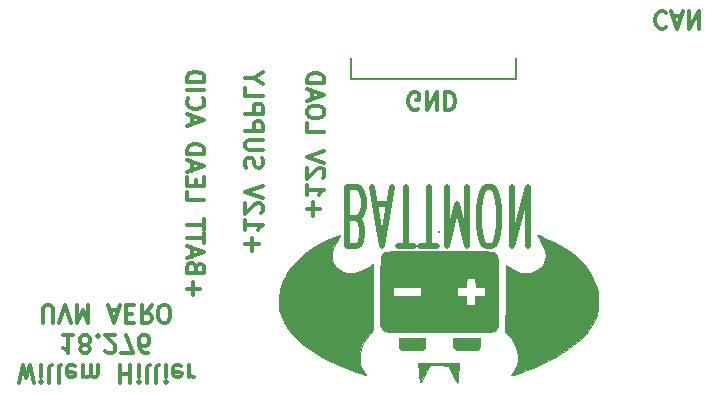
<source format=gbr>
G04 #@! TF.GenerationSoftware,KiCad,Pcbnew,(5.0.0)*
G04 #@! TF.CreationDate,2018-10-13T15:52:45-04:00*
G04 #@! TF.ProjectId,GLVColoumbCounterTest,474C56436F6C6F756D62436F756E7465,rev?*
G04 #@! TF.SameCoordinates,Original*
G04 #@! TF.FileFunction,Legend,Bot*
G04 #@! TF.FilePolarity,Positive*
%FSLAX46Y46*%
G04 Gerber Fmt 4.6, Leading zero omitted, Abs format (unit mm)*
G04 Created by KiCad (PCBNEW (5.0.0)) date 10/13/18 15:52:45*
%MOMM*%
%LPD*%
G01*
G04 APERTURE LIST*
%ADD10C,0.300000*%
%ADD11C,0.500000*%
%ADD12C,0.200000*%
%ADD13C,0.010000*%
G04 APERTURE END LIST*
D10*
X100938142Y-79063428D02*
X101295285Y-77563428D01*
X101581000Y-78634857D01*
X101866714Y-77563428D01*
X102223857Y-79063428D01*
X102795285Y-77563428D02*
X102795285Y-78563428D01*
X102795285Y-79063428D02*
X102723857Y-78992000D01*
X102795285Y-78920571D01*
X102866714Y-78992000D01*
X102795285Y-79063428D01*
X102795285Y-78920571D01*
X103723857Y-77563428D02*
X103581000Y-77634857D01*
X103509571Y-77777714D01*
X103509571Y-79063428D01*
X104509571Y-77563428D02*
X104366714Y-77634857D01*
X104295285Y-77777714D01*
X104295285Y-79063428D01*
X105652428Y-77634857D02*
X105509571Y-77563428D01*
X105223857Y-77563428D01*
X105081000Y-77634857D01*
X105009571Y-77777714D01*
X105009571Y-78349142D01*
X105081000Y-78492000D01*
X105223857Y-78563428D01*
X105509571Y-78563428D01*
X105652428Y-78492000D01*
X105723857Y-78349142D01*
X105723857Y-78206285D01*
X105009571Y-78063428D01*
X106366714Y-77563428D02*
X106366714Y-78563428D01*
X106366714Y-78420571D02*
X106438142Y-78492000D01*
X106581000Y-78563428D01*
X106795285Y-78563428D01*
X106938142Y-78492000D01*
X107009571Y-78349142D01*
X107009571Y-77563428D01*
X107009571Y-78349142D02*
X107081000Y-78492000D01*
X107223857Y-78563428D01*
X107438142Y-78563428D01*
X107581000Y-78492000D01*
X107652428Y-78349142D01*
X107652428Y-77563428D01*
X109509571Y-77563428D02*
X109509571Y-79063428D01*
X109509571Y-78349142D02*
X110366714Y-78349142D01*
X110366714Y-77563428D02*
X110366714Y-79063428D01*
X111081000Y-77563428D02*
X111081000Y-78563428D01*
X111081000Y-79063428D02*
X111009571Y-78992000D01*
X111081000Y-78920571D01*
X111152428Y-78992000D01*
X111081000Y-79063428D01*
X111081000Y-78920571D01*
X112009571Y-77563428D02*
X111866714Y-77634857D01*
X111795285Y-77777714D01*
X111795285Y-79063428D01*
X112795285Y-77563428D02*
X112652428Y-77634857D01*
X112581000Y-77777714D01*
X112581000Y-79063428D01*
X113366714Y-77563428D02*
X113366714Y-78563428D01*
X113366714Y-79063428D02*
X113295285Y-78992000D01*
X113366714Y-78920571D01*
X113438142Y-78992000D01*
X113366714Y-79063428D01*
X113366714Y-78920571D01*
X114652428Y-77634857D02*
X114509571Y-77563428D01*
X114223857Y-77563428D01*
X114081000Y-77634857D01*
X114009571Y-77777714D01*
X114009571Y-78349142D01*
X114081000Y-78492000D01*
X114223857Y-78563428D01*
X114509571Y-78563428D01*
X114652428Y-78492000D01*
X114723857Y-78349142D01*
X114723857Y-78206285D01*
X114009571Y-78063428D01*
X115366714Y-77563428D02*
X115366714Y-78563428D01*
X115366714Y-78277714D02*
X115438142Y-78420571D01*
X115509571Y-78492000D01*
X115652428Y-78563428D01*
X115795285Y-78563428D01*
X105545285Y-75013428D02*
X104688142Y-75013428D01*
X105116714Y-75013428D02*
X105116714Y-76513428D01*
X104973857Y-76299142D01*
X104831000Y-76156285D01*
X104688142Y-76084857D01*
X106402428Y-75870571D02*
X106259571Y-75942000D01*
X106188142Y-76013428D01*
X106116714Y-76156285D01*
X106116714Y-76227714D01*
X106188142Y-76370571D01*
X106259571Y-76442000D01*
X106402428Y-76513428D01*
X106688142Y-76513428D01*
X106831000Y-76442000D01*
X106902428Y-76370571D01*
X106973857Y-76227714D01*
X106973857Y-76156285D01*
X106902428Y-76013428D01*
X106831000Y-75942000D01*
X106688142Y-75870571D01*
X106402428Y-75870571D01*
X106259571Y-75799142D01*
X106188142Y-75727714D01*
X106116714Y-75584857D01*
X106116714Y-75299142D01*
X106188142Y-75156285D01*
X106259571Y-75084857D01*
X106402428Y-75013428D01*
X106688142Y-75013428D01*
X106831000Y-75084857D01*
X106902428Y-75156285D01*
X106973857Y-75299142D01*
X106973857Y-75584857D01*
X106902428Y-75727714D01*
X106831000Y-75799142D01*
X106688142Y-75870571D01*
X107616714Y-75156285D02*
X107688142Y-75084857D01*
X107616714Y-75013428D01*
X107545285Y-75084857D01*
X107616714Y-75156285D01*
X107616714Y-75013428D01*
X108259571Y-76370571D02*
X108331000Y-76442000D01*
X108473857Y-76513428D01*
X108831000Y-76513428D01*
X108973857Y-76442000D01*
X109045285Y-76370571D01*
X109116714Y-76227714D01*
X109116714Y-76084857D01*
X109045285Y-75870571D01*
X108188142Y-75013428D01*
X109116714Y-75013428D01*
X109616714Y-76513428D02*
X110616714Y-76513428D01*
X109973857Y-75013428D01*
X111831000Y-76513428D02*
X111545285Y-76513428D01*
X111402428Y-76442000D01*
X111331000Y-76370571D01*
X111188142Y-76156285D01*
X111116714Y-75870571D01*
X111116714Y-75299142D01*
X111188142Y-75156285D01*
X111259571Y-75084857D01*
X111402428Y-75013428D01*
X111688142Y-75013428D01*
X111831000Y-75084857D01*
X111902428Y-75156285D01*
X111973857Y-75299142D01*
X111973857Y-75656285D01*
X111902428Y-75799142D01*
X111831000Y-75870571D01*
X111688142Y-75942000D01*
X111402428Y-75942000D01*
X111259571Y-75870571D01*
X111188142Y-75799142D01*
X111116714Y-75656285D01*
X102973857Y-73963428D02*
X102973857Y-72749142D01*
X103045285Y-72606285D01*
X103116714Y-72534857D01*
X103259571Y-72463428D01*
X103545285Y-72463428D01*
X103688142Y-72534857D01*
X103759571Y-72606285D01*
X103831000Y-72749142D01*
X103831000Y-73963428D01*
X104331000Y-73963428D02*
X104831000Y-72463428D01*
X105331000Y-73963428D01*
X105831000Y-72463428D02*
X105831000Y-73963428D01*
X106331000Y-72892000D01*
X106831000Y-73963428D01*
X106831000Y-72463428D01*
X108616714Y-72892000D02*
X109331000Y-72892000D01*
X108473857Y-72463428D02*
X108973857Y-73963428D01*
X109473857Y-72463428D01*
X109973857Y-73249142D02*
X110473857Y-73249142D01*
X110688142Y-72463428D02*
X109973857Y-72463428D01*
X109973857Y-73963428D01*
X110688142Y-73963428D01*
X112188142Y-72463428D02*
X111688142Y-73177714D01*
X111331000Y-72463428D02*
X111331000Y-73963428D01*
X111902428Y-73963428D01*
X112045285Y-73892000D01*
X112116714Y-73820571D01*
X112188142Y-73677714D01*
X112188142Y-73463428D01*
X112116714Y-73320571D01*
X112045285Y-73249142D01*
X111902428Y-73177714D01*
X111331000Y-73177714D01*
X113116714Y-73963428D02*
X113402428Y-73963428D01*
X113545285Y-73892000D01*
X113688142Y-73749142D01*
X113759571Y-73463428D01*
X113759571Y-72963428D01*
X113688142Y-72677714D01*
X113545285Y-72534857D01*
X113402428Y-72463428D01*
X113116714Y-72463428D01*
X112973857Y-72534857D01*
X112831000Y-72677714D01*
X112759571Y-72963428D01*
X112759571Y-73463428D01*
X112831000Y-73749142D01*
X112973857Y-73892000D01*
X113116714Y-73963428D01*
D11*
X129552761Y-65127142D02*
X129909904Y-64889047D01*
X130028952Y-64650952D01*
X130148000Y-64174761D01*
X130148000Y-63460476D01*
X130028952Y-62984285D01*
X129909904Y-62746190D01*
X129671809Y-62508095D01*
X128719428Y-62508095D01*
X128719428Y-67508095D01*
X129552761Y-67508095D01*
X129790857Y-67270000D01*
X129909904Y-67031904D01*
X130028952Y-66555714D01*
X130028952Y-66079523D01*
X129909904Y-65603333D01*
X129790857Y-65365238D01*
X129552761Y-65127142D01*
X128719428Y-65127142D01*
X131100380Y-63936666D02*
X132290857Y-63936666D01*
X130862285Y-62508095D02*
X131695619Y-67508095D01*
X132528952Y-62508095D01*
X133005142Y-67508095D02*
X134433714Y-67508095D01*
X133719428Y-62508095D02*
X133719428Y-67508095D01*
X134909904Y-67508095D02*
X136338476Y-67508095D01*
X135624190Y-62508095D02*
X135624190Y-67508095D01*
X137171809Y-62508095D02*
X137171809Y-67508095D01*
X138005142Y-63936666D01*
X138838476Y-67508095D01*
X138838476Y-62508095D01*
X140505142Y-67508095D02*
X140981333Y-67508095D01*
X141219428Y-67270000D01*
X141457523Y-66793809D01*
X141576571Y-65841428D01*
X141576571Y-64174761D01*
X141457523Y-63222380D01*
X141219428Y-62746190D01*
X140981333Y-62508095D01*
X140505142Y-62508095D01*
X140267047Y-62746190D01*
X140028952Y-63222380D01*
X139909904Y-64174761D01*
X139909904Y-65841428D01*
X140028952Y-66793809D01*
X140267047Y-67270000D01*
X140505142Y-67508095D01*
X142648000Y-62508095D02*
X142648000Y-67508095D01*
X144076571Y-62508095D01*
X144076571Y-67508095D01*
D10*
X155753714Y-47724285D02*
X155682285Y-47652857D01*
X155468000Y-47581428D01*
X155325142Y-47581428D01*
X155110857Y-47652857D01*
X154968000Y-47795714D01*
X154896571Y-47938571D01*
X154825142Y-48224285D01*
X154825142Y-48438571D01*
X154896571Y-48724285D01*
X154968000Y-48867142D01*
X155110857Y-49010000D01*
X155325142Y-49081428D01*
X155468000Y-49081428D01*
X155682285Y-49010000D01*
X155753714Y-48938571D01*
X156325142Y-48010000D02*
X157039428Y-48010000D01*
X156182285Y-47581428D02*
X156682285Y-49081428D01*
X157182285Y-47581428D01*
X157682285Y-47581428D02*
X157682285Y-49081428D01*
X158539428Y-47581428D01*
X158539428Y-49081428D01*
X134747142Y-55868000D02*
X134604285Y-55939428D01*
X134390000Y-55939428D01*
X134175714Y-55868000D01*
X134032857Y-55725142D01*
X133961428Y-55582285D01*
X133890000Y-55296571D01*
X133890000Y-55082285D01*
X133961428Y-54796571D01*
X134032857Y-54653714D01*
X134175714Y-54510857D01*
X134390000Y-54439428D01*
X134532857Y-54439428D01*
X134747142Y-54510857D01*
X134818571Y-54582285D01*
X134818571Y-55082285D01*
X134532857Y-55082285D01*
X135461428Y-54439428D02*
X135461428Y-55939428D01*
X136318571Y-54439428D01*
X136318571Y-55939428D01*
X137032857Y-54439428D02*
X137032857Y-55939428D01*
X137390000Y-55939428D01*
X137604285Y-55868000D01*
X137747142Y-55725142D01*
X137818571Y-55582285D01*
X137890000Y-55296571D01*
X137890000Y-55082285D01*
X137818571Y-54796571D01*
X137747142Y-54653714D01*
X137604285Y-54510857D01*
X137390000Y-54439428D01*
X137032857Y-54439428D01*
D12*
X129032000Y-53340000D02*
X129032000Y-51562000D01*
X143002000Y-53340000D02*
X129032000Y-53340000D01*
X143002000Y-51562000D02*
X143002000Y-53340000D01*
D10*
X125876857Y-64928000D02*
X125876857Y-63785142D01*
X125305428Y-64356571D02*
X126448285Y-64356571D01*
X125305428Y-62285142D02*
X125305428Y-63142285D01*
X125305428Y-62713714D02*
X126805428Y-62713714D01*
X126591142Y-62856571D01*
X126448285Y-62999428D01*
X126376857Y-63142285D01*
X126662571Y-61713714D02*
X126734000Y-61642285D01*
X126805428Y-61499428D01*
X126805428Y-61142285D01*
X126734000Y-60999428D01*
X126662571Y-60928000D01*
X126519714Y-60856571D01*
X126376857Y-60856571D01*
X126162571Y-60928000D01*
X125305428Y-61785142D01*
X125305428Y-60856571D01*
X126805428Y-60428000D02*
X125305428Y-59928000D01*
X126805428Y-59428000D01*
X125305428Y-57070857D02*
X125305428Y-57785142D01*
X126805428Y-57785142D01*
X126805428Y-56285142D02*
X126805428Y-55999428D01*
X126734000Y-55856571D01*
X126591142Y-55713714D01*
X126305428Y-55642285D01*
X125805428Y-55642285D01*
X125519714Y-55713714D01*
X125376857Y-55856571D01*
X125305428Y-55999428D01*
X125305428Y-56285142D01*
X125376857Y-56428000D01*
X125519714Y-56570857D01*
X125805428Y-56642285D01*
X126305428Y-56642285D01*
X126591142Y-56570857D01*
X126734000Y-56428000D01*
X126805428Y-56285142D01*
X125734000Y-55070857D02*
X125734000Y-54356571D01*
X125305428Y-55213714D02*
X126805428Y-54713714D01*
X125305428Y-54213714D01*
X125305428Y-53713714D02*
X126805428Y-53713714D01*
X126805428Y-53356571D01*
X126734000Y-53142285D01*
X126591142Y-52999428D01*
X126448285Y-52928000D01*
X126162571Y-52856571D01*
X125948285Y-52856571D01*
X125662571Y-52928000D01*
X125519714Y-52999428D01*
X125376857Y-53142285D01*
X125305428Y-53356571D01*
X125305428Y-53713714D01*
X120669857Y-67916285D02*
X120669857Y-66773428D01*
X120098428Y-67344857D02*
X121241285Y-67344857D01*
X120098428Y-65273428D02*
X120098428Y-66130571D01*
X120098428Y-65702000D02*
X121598428Y-65702000D01*
X121384142Y-65844857D01*
X121241285Y-65987714D01*
X121169857Y-66130571D01*
X121455571Y-64702000D02*
X121527000Y-64630571D01*
X121598428Y-64487714D01*
X121598428Y-64130571D01*
X121527000Y-63987714D01*
X121455571Y-63916285D01*
X121312714Y-63844857D01*
X121169857Y-63844857D01*
X120955571Y-63916285D01*
X120098428Y-64773428D01*
X120098428Y-63844857D01*
X121598428Y-63416285D02*
X120098428Y-62916285D01*
X121598428Y-62416285D01*
X120169857Y-60844857D02*
X120098428Y-60630571D01*
X120098428Y-60273428D01*
X120169857Y-60130571D01*
X120241285Y-60059142D01*
X120384142Y-59987714D01*
X120527000Y-59987714D01*
X120669857Y-60059142D01*
X120741285Y-60130571D01*
X120812714Y-60273428D01*
X120884142Y-60559142D01*
X120955571Y-60702000D01*
X121027000Y-60773428D01*
X121169857Y-60844857D01*
X121312714Y-60844857D01*
X121455571Y-60773428D01*
X121527000Y-60702000D01*
X121598428Y-60559142D01*
X121598428Y-60202000D01*
X121527000Y-59987714D01*
X121598428Y-59344857D02*
X120384142Y-59344857D01*
X120241285Y-59273428D01*
X120169857Y-59202000D01*
X120098428Y-59059142D01*
X120098428Y-58773428D01*
X120169857Y-58630571D01*
X120241285Y-58559142D01*
X120384142Y-58487714D01*
X121598428Y-58487714D01*
X120098428Y-57773428D02*
X121598428Y-57773428D01*
X121598428Y-57202000D01*
X121527000Y-57059142D01*
X121455571Y-56987714D01*
X121312714Y-56916285D01*
X121098428Y-56916285D01*
X120955571Y-56987714D01*
X120884142Y-57059142D01*
X120812714Y-57202000D01*
X120812714Y-57773428D01*
X120098428Y-56273428D02*
X121598428Y-56273428D01*
X121598428Y-55702000D01*
X121527000Y-55559142D01*
X121455571Y-55487714D01*
X121312714Y-55416285D01*
X121098428Y-55416285D01*
X120955571Y-55487714D01*
X120884142Y-55559142D01*
X120812714Y-55702000D01*
X120812714Y-56273428D01*
X120098428Y-54059142D02*
X120098428Y-54773428D01*
X121598428Y-54773428D01*
X120812714Y-53273428D02*
X120098428Y-53273428D01*
X121598428Y-53773428D02*
X120812714Y-53273428D01*
X121598428Y-52773428D01*
X115716857Y-71658571D02*
X115716857Y-70515714D01*
X115145428Y-71087142D02*
X116288285Y-71087142D01*
X115931142Y-69301428D02*
X115859714Y-69087142D01*
X115788285Y-69015714D01*
X115645428Y-68944285D01*
X115431142Y-68944285D01*
X115288285Y-69015714D01*
X115216857Y-69087142D01*
X115145428Y-69230000D01*
X115145428Y-69801428D01*
X116645428Y-69801428D01*
X116645428Y-69301428D01*
X116574000Y-69158571D01*
X116502571Y-69087142D01*
X116359714Y-69015714D01*
X116216857Y-69015714D01*
X116074000Y-69087142D01*
X116002571Y-69158571D01*
X115931142Y-69301428D01*
X115931142Y-69801428D01*
X115574000Y-68372857D02*
X115574000Y-67658571D01*
X115145428Y-68515714D02*
X116645428Y-68015714D01*
X115145428Y-67515714D01*
X116645428Y-67230000D02*
X116645428Y-66372857D01*
X115145428Y-66801428D02*
X116645428Y-66801428D01*
X116645428Y-66087142D02*
X116645428Y-65230000D01*
X115145428Y-65658571D02*
X116645428Y-65658571D01*
X115145428Y-62872857D02*
X115145428Y-63587142D01*
X116645428Y-63587142D01*
X115931142Y-62372857D02*
X115931142Y-61872857D01*
X115145428Y-61658571D02*
X115145428Y-62372857D01*
X116645428Y-62372857D01*
X116645428Y-61658571D01*
X115574000Y-61087142D02*
X115574000Y-60372857D01*
X115145428Y-61230000D02*
X116645428Y-60730000D01*
X115145428Y-60230000D01*
X115145428Y-59730000D02*
X116645428Y-59730000D01*
X116645428Y-59372857D01*
X116574000Y-59158571D01*
X116431142Y-59015714D01*
X116288285Y-58944285D01*
X116002571Y-58872857D01*
X115788285Y-58872857D01*
X115502571Y-58944285D01*
X115359714Y-59015714D01*
X115216857Y-59158571D01*
X115145428Y-59372857D01*
X115145428Y-59730000D01*
X115574000Y-57158571D02*
X115574000Y-56444285D01*
X115145428Y-57301428D02*
X116645428Y-56801428D01*
X115145428Y-56301428D01*
X115288285Y-54944285D02*
X115216857Y-55015714D01*
X115145428Y-55230000D01*
X115145428Y-55372857D01*
X115216857Y-55587142D01*
X115359714Y-55730000D01*
X115502571Y-55801428D01*
X115788285Y-55872857D01*
X116002571Y-55872857D01*
X116288285Y-55801428D01*
X116431142Y-55730000D01*
X116574000Y-55587142D01*
X116645428Y-55372857D01*
X116645428Y-55230000D01*
X116574000Y-55015714D01*
X116502571Y-54944285D01*
X115145428Y-54301428D02*
X116645428Y-54301428D01*
X115145428Y-53587142D02*
X116645428Y-53587142D01*
X116645428Y-53230000D01*
X116574000Y-53015714D01*
X116431142Y-52872857D01*
X116288285Y-52801428D01*
X116002571Y-52730000D01*
X115788285Y-52730000D01*
X115502571Y-52801428D01*
X115359714Y-52872857D01*
X115216857Y-53015714D01*
X115145428Y-53230000D01*
X115145428Y-53587142D01*
D13*
G04 #@! TO.C,G\002A\002A\002A*
G36*
X138090795Y-78997501D02*
X138110397Y-78869412D01*
X138129196Y-78681248D01*
X138142055Y-78498700D01*
X138159120Y-78235288D01*
X138178731Y-77974289D01*
X138197883Y-77754122D01*
X138207573Y-77660500D01*
X138241014Y-77368400D01*
X134724140Y-77368400D01*
X134747384Y-77508100D01*
X134760374Y-77610975D01*
X134779009Y-77790658D01*
X134800890Y-78022677D01*
X134823618Y-78282558D01*
X134825697Y-78307350D01*
X134847742Y-78554828D01*
X134868926Y-78763261D01*
X134887063Y-78913062D01*
X134899971Y-78984640D01*
X134901555Y-78987689D01*
X134956005Y-78982061D01*
X135040220Y-78884539D01*
X135155105Y-78693772D01*
X135301563Y-78408412D01*
X135334053Y-78341263D01*
X135441958Y-78116511D01*
X135538328Y-77915881D01*
X135611976Y-77762659D01*
X135649528Y-77684658D01*
X135673979Y-77640903D01*
X135708831Y-77610207D01*
X135770079Y-77590636D01*
X135873717Y-77580260D01*
X136035738Y-77577147D01*
X136272137Y-77579364D01*
X136490683Y-77583058D01*
X136800913Y-77590298D01*
X137023699Y-77600313D01*
X137173191Y-77614648D01*
X137263537Y-77634848D01*
X137308887Y-77662458D01*
X137316254Y-77673200D01*
X137353124Y-77746212D01*
X137424635Y-77890270D01*
X137520787Y-78085155D01*
X137631581Y-78310646D01*
X137641821Y-78331530D01*
X137779542Y-78609071D01*
X137882277Y-78806568D01*
X137957453Y-78936305D01*
X138012494Y-79010564D01*
X138054826Y-79041627D01*
X138073009Y-79044800D01*
X138090795Y-78997501D01*
X138090795Y-78997501D01*
G37*
X138090795Y-78997501D02*
X138110397Y-78869412D01*
X138129196Y-78681248D01*
X138142055Y-78498700D01*
X138159120Y-78235288D01*
X138178731Y-77974289D01*
X138197883Y-77754122D01*
X138207573Y-77660500D01*
X138241014Y-77368400D01*
X134724140Y-77368400D01*
X134747384Y-77508100D01*
X134760374Y-77610975D01*
X134779009Y-77790658D01*
X134800890Y-78022677D01*
X134823618Y-78282558D01*
X134825697Y-78307350D01*
X134847742Y-78554828D01*
X134868926Y-78763261D01*
X134887063Y-78913062D01*
X134899971Y-78984640D01*
X134901555Y-78987689D01*
X134956005Y-78982061D01*
X135040220Y-78884539D01*
X135155105Y-78693772D01*
X135301563Y-78408412D01*
X135334053Y-78341263D01*
X135441958Y-78116511D01*
X135538328Y-77915881D01*
X135611976Y-77762659D01*
X135649528Y-77684658D01*
X135673979Y-77640903D01*
X135708831Y-77610207D01*
X135770079Y-77590636D01*
X135873717Y-77580260D01*
X136035738Y-77577147D01*
X136272137Y-77579364D01*
X136490683Y-77583058D01*
X136800913Y-77590298D01*
X137023699Y-77600313D01*
X137173191Y-77614648D01*
X137263537Y-77634848D01*
X137308887Y-77662458D01*
X137316254Y-77673200D01*
X137353124Y-77746212D01*
X137424635Y-77890270D01*
X137520787Y-78085155D01*
X137631581Y-78310646D01*
X137641821Y-78331530D01*
X137779542Y-78609071D01*
X137882277Y-78806568D01*
X137957453Y-78936305D01*
X138012494Y-79010564D01*
X138054826Y-79041627D01*
X138073009Y-79044800D01*
X138090795Y-78997501D01*
G36*
X138845226Y-76301600D02*
X139207798Y-76301372D01*
X139481318Y-76295967D01*
X139678319Y-76278307D01*
X139811332Y-76241314D01*
X139892888Y-76177910D01*
X139935518Y-76081016D01*
X139951753Y-75943553D01*
X139954126Y-75758444D01*
X139954000Y-75675300D01*
X139954000Y-75234800D01*
X137718800Y-75234800D01*
X137718800Y-75684127D01*
X137719241Y-75884650D01*
X137728855Y-76036304D01*
X137760075Y-76145904D01*
X137825337Y-76220268D01*
X137937074Y-76266210D01*
X138107721Y-76290548D01*
X138349712Y-76300098D01*
X138675483Y-76301676D01*
X138845226Y-76301600D01*
X138845226Y-76301600D01*
G37*
X138845226Y-76301600D02*
X139207798Y-76301372D01*
X139481318Y-76295967D01*
X139678319Y-76278307D01*
X139811332Y-76241314D01*
X139892888Y-76177910D01*
X139935518Y-76081016D01*
X139951753Y-75943553D01*
X139954126Y-75758444D01*
X139954000Y-75675300D01*
X139954000Y-75234800D01*
X137718800Y-75234800D01*
X137718800Y-75684127D01*
X137719241Y-75884650D01*
X137728855Y-76036304D01*
X137760075Y-76145904D01*
X137825337Y-76220268D01*
X137937074Y-76266210D01*
X138107721Y-76290548D01*
X138349712Y-76300098D01*
X138675483Y-76301676D01*
X138845226Y-76301600D01*
G36*
X134222426Y-76301600D02*
X134584998Y-76301372D01*
X134858518Y-76295967D01*
X135055519Y-76278307D01*
X135188532Y-76241314D01*
X135270088Y-76177910D01*
X135312718Y-76081016D01*
X135328953Y-75943553D01*
X135331326Y-75758444D01*
X135331200Y-75675300D01*
X135331200Y-75234800D01*
X133096000Y-75234800D01*
X133096000Y-75684127D01*
X133096441Y-75884650D01*
X133106055Y-76036304D01*
X133137275Y-76145904D01*
X133202537Y-76220268D01*
X133314274Y-76266210D01*
X133484921Y-76290548D01*
X133726912Y-76300098D01*
X134052683Y-76301676D01*
X134222426Y-76301600D01*
X134222426Y-76301600D01*
G37*
X134222426Y-76301600D02*
X134584998Y-76301372D01*
X134858518Y-76295967D01*
X135055519Y-76278307D01*
X135188532Y-76241314D01*
X135270088Y-76177910D01*
X135312718Y-76081016D01*
X135328953Y-75943553D01*
X135331326Y-75758444D01*
X135331200Y-75675300D01*
X135331200Y-75234800D01*
X133096000Y-75234800D01*
X133096000Y-75684127D01*
X133096441Y-75884650D01*
X133106055Y-76036304D01*
X133137275Y-76145904D01*
X133202537Y-76220268D01*
X133314274Y-76266210D01*
X133484921Y-76290548D01*
X133726912Y-76300098D01*
X134052683Y-76301676D01*
X134222426Y-76301600D01*
G36*
X136127591Y-74777637D02*
X136524999Y-74777600D01*
X137316974Y-74777715D01*
X138013721Y-74777755D01*
X138621611Y-74777264D01*
X139147017Y-74775786D01*
X139596310Y-74772864D01*
X139975862Y-74768041D01*
X140292043Y-74760863D01*
X140551226Y-74750871D01*
X140759783Y-74737611D01*
X140924084Y-74720625D01*
X141050502Y-74699458D01*
X141145407Y-74673652D01*
X141215172Y-74642753D01*
X141266168Y-74606302D01*
X141304767Y-74563844D01*
X141337340Y-74514924D01*
X141370258Y-74459083D01*
X141388299Y-74429292D01*
X141503400Y-74244200D01*
X141503400Y-71348600D01*
X141503436Y-70709012D01*
X141502997Y-70163068D01*
X141501256Y-69702814D01*
X141497389Y-69320295D01*
X141490570Y-69007557D01*
X141479974Y-68756643D01*
X141464776Y-68559601D01*
X141444151Y-68408474D01*
X141417274Y-68295308D01*
X141383319Y-68212148D01*
X141341462Y-68151040D01*
X141290876Y-68104029D01*
X141230738Y-68063159D01*
X141160222Y-68020477D01*
X141158033Y-68019144D01*
X141127226Y-68001922D01*
X141090599Y-67986817D01*
X141041667Y-67973691D01*
X140973950Y-67962405D01*
X140880964Y-67952821D01*
X140756227Y-67944798D01*
X140593256Y-67938199D01*
X140385568Y-67932886D01*
X140126682Y-67928718D01*
X139810114Y-67925558D01*
X139429381Y-67923266D01*
X138978002Y-67921704D01*
X138449493Y-67920734D01*
X137837373Y-67920216D01*
X137135158Y-67920011D01*
X136525000Y-67919980D01*
X135748520Y-67920037D01*
X135067158Y-67920300D01*
X134474431Y-67920908D01*
X133963857Y-67922000D01*
X133528951Y-67923713D01*
X133163233Y-67926189D01*
X132860219Y-67929564D01*
X132613427Y-67933977D01*
X132416375Y-67939568D01*
X132262579Y-67946476D01*
X132145557Y-67954838D01*
X132058827Y-67964793D01*
X131995905Y-67976482D01*
X131950310Y-67990041D01*
X131915559Y-68005610D01*
X131891966Y-68019144D01*
X131821139Y-68061996D01*
X131760714Y-68102807D01*
X131709866Y-68149530D01*
X131667769Y-68210122D01*
X131633598Y-68292537D01*
X131606529Y-68404729D01*
X131585736Y-68554654D01*
X131570393Y-68750266D01*
X131559677Y-68999520D01*
X131552761Y-69310370D01*
X131548820Y-69690773D01*
X131547030Y-70148681D01*
X131546565Y-70692051D01*
X131546599Y-71328837D01*
X131546600Y-71348600D01*
X131546600Y-71729600D01*
X132638800Y-71729600D01*
X132638800Y-70967600D01*
X134975600Y-70967600D01*
X134975600Y-70971953D01*
X138019236Y-70971953D01*
X138415118Y-70957077D01*
X138811000Y-70942200D01*
X138825836Y-70548500D01*
X138840673Y-70154800D01*
X139594126Y-70154800D01*
X139623800Y-70942200D01*
X140411200Y-70971874D01*
X140411200Y-71729600D01*
X139598400Y-71729600D01*
X139598400Y-72491600D01*
X138836400Y-72491600D01*
X138836400Y-71733874D01*
X138049000Y-71704200D01*
X138034118Y-71338077D01*
X138019236Y-70971953D01*
X134975600Y-70971953D01*
X134975600Y-71729600D01*
X132638800Y-71729600D01*
X131546600Y-71729600D01*
X131546600Y-74244200D01*
X131661700Y-74429292D01*
X131697089Y-74488663D01*
X131729034Y-74540891D01*
X131763907Y-74586435D01*
X131808079Y-74625749D01*
X131867921Y-74659291D01*
X131949806Y-74687517D01*
X132060104Y-74710883D01*
X132205188Y-74729845D01*
X132391429Y-74744860D01*
X132625198Y-74756384D01*
X132912867Y-74764873D01*
X133260808Y-74770784D01*
X133675392Y-74774573D01*
X134162991Y-74776697D01*
X134729976Y-74777611D01*
X135382719Y-74777772D01*
X136127591Y-74777637D01*
X136127591Y-74777637D01*
G37*
X136127591Y-74777637D02*
X136524999Y-74777600D01*
X137316974Y-74777715D01*
X138013721Y-74777755D01*
X138621611Y-74777264D01*
X139147017Y-74775786D01*
X139596310Y-74772864D01*
X139975862Y-74768041D01*
X140292043Y-74760863D01*
X140551226Y-74750871D01*
X140759783Y-74737611D01*
X140924084Y-74720625D01*
X141050502Y-74699458D01*
X141145407Y-74673652D01*
X141215172Y-74642753D01*
X141266168Y-74606302D01*
X141304767Y-74563844D01*
X141337340Y-74514924D01*
X141370258Y-74459083D01*
X141388299Y-74429292D01*
X141503400Y-74244200D01*
X141503400Y-71348600D01*
X141503436Y-70709012D01*
X141502997Y-70163068D01*
X141501256Y-69702814D01*
X141497389Y-69320295D01*
X141490570Y-69007557D01*
X141479974Y-68756643D01*
X141464776Y-68559601D01*
X141444151Y-68408474D01*
X141417274Y-68295308D01*
X141383319Y-68212148D01*
X141341462Y-68151040D01*
X141290876Y-68104029D01*
X141230738Y-68063159D01*
X141160222Y-68020477D01*
X141158033Y-68019144D01*
X141127226Y-68001922D01*
X141090599Y-67986817D01*
X141041667Y-67973691D01*
X140973950Y-67962405D01*
X140880964Y-67952821D01*
X140756227Y-67944798D01*
X140593256Y-67938199D01*
X140385568Y-67932886D01*
X140126682Y-67928718D01*
X139810114Y-67925558D01*
X139429381Y-67923266D01*
X138978002Y-67921704D01*
X138449493Y-67920734D01*
X137837373Y-67920216D01*
X137135158Y-67920011D01*
X136525000Y-67919980D01*
X135748520Y-67920037D01*
X135067158Y-67920300D01*
X134474431Y-67920908D01*
X133963857Y-67922000D01*
X133528951Y-67923713D01*
X133163233Y-67926189D01*
X132860219Y-67929564D01*
X132613427Y-67933977D01*
X132416375Y-67939568D01*
X132262579Y-67946476D01*
X132145557Y-67954838D01*
X132058827Y-67964793D01*
X131995905Y-67976482D01*
X131950310Y-67990041D01*
X131915559Y-68005610D01*
X131891966Y-68019144D01*
X131821139Y-68061996D01*
X131760714Y-68102807D01*
X131709866Y-68149530D01*
X131667769Y-68210122D01*
X131633598Y-68292537D01*
X131606529Y-68404729D01*
X131585736Y-68554654D01*
X131570393Y-68750266D01*
X131559677Y-68999520D01*
X131552761Y-69310370D01*
X131548820Y-69690773D01*
X131547030Y-70148681D01*
X131546565Y-70692051D01*
X131546599Y-71328837D01*
X131546600Y-71348600D01*
X131546600Y-71729600D01*
X132638800Y-71729600D01*
X132638800Y-70967600D01*
X134975600Y-70967600D01*
X134975600Y-70971953D01*
X138019236Y-70971953D01*
X138415118Y-70957077D01*
X138811000Y-70942200D01*
X138825836Y-70548500D01*
X138840673Y-70154800D01*
X139594126Y-70154800D01*
X139623800Y-70942200D01*
X140411200Y-70971874D01*
X140411200Y-71729600D01*
X139598400Y-71729600D01*
X139598400Y-72491600D01*
X138836400Y-72491600D01*
X138836400Y-71733874D01*
X138049000Y-71704200D01*
X138034118Y-71338077D01*
X138019236Y-70971953D01*
X134975600Y-70971953D01*
X134975600Y-71729600D01*
X132638800Y-71729600D01*
X131546600Y-71729600D01*
X131546600Y-74244200D01*
X131661700Y-74429292D01*
X131697089Y-74488663D01*
X131729034Y-74540891D01*
X131763907Y-74586435D01*
X131808079Y-74625749D01*
X131867921Y-74659291D01*
X131949806Y-74687517D01*
X132060104Y-74710883D01*
X132205188Y-74729845D01*
X132391429Y-74744860D01*
X132625198Y-74756384D01*
X132912867Y-74764873D01*
X133260808Y-74770784D01*
X133675392Y-74774573D01*
X134162991Y-74776697D01*
X134729976Y-74777611D01*
X135382719Y-74777772D01*
X136127591Y-74777637D01*
G36*
X142719865Y-78417734D02*
X142875537Y-78369587D01*
X143090406Y-78297134D01*
X143346769Y-78206752D01*
X143626923Y-78104816D01*
X143913167Y-77997702D01*
X144187799Y-77891787D01*
X144433115Y-77793446D01*
X144500265Y-77765570D01*
X145492817Y-77319332D01*
X146389243Y-76853616D01*
X147188912Y-76368896D01*
X147891195Y-75865649D01*
X148495461Y-75344350D01*
X149001082Y-74805474D01*
X149407427Y-74249497D01*
X149600165Y-73914000D01*
X149745361Y-73618634D01*
X149849618Y-73361066D01*
X149919235Y-73112921D01*
X149960506Y-72845819D01*
X149979727Y-72531385D01*
X149983386Y-72186800D01*
X149970915Y-71735791D01*
X149931705Y-71351784D01*
X149858615Y-71002092D01*
X149744504Y-70654026D01*
X149582229Y-70274898D01*
X149551351Y-70209239D01*
X149210499Y-69606044D01*
X148776959Y-69031272D01*
X148256940Y-68490060D01*
X147656650Y-67987541D01*
X146982296Y-67528851D01*
X146240085Y-67119125D01*
X145436227Y-66763498D01*
X145341515Y-66726837D01*
X145116337Y-66641292D01*
X144969351Y-66587185D01*
X144883943Y-66559414D01*
X144843502Y-66552876D01*
X144831416Y-66562470D01*
X144830800Y-66569993D01*
X144855465Y-66620102D01*
X144921713Y-66736611D01*
X145017924Y-66899367D01*
X145080675Y-67003389D01*
X145327244Y-67468551D01*
X145482166Y-67900291D01*
X145545096Y-68296646D01*
X145515692Y-68655655D01*
X145417497Y-68930672D01*
X145272277Y-69159121D01*
X145079884Y-69348893D01*
X144819254Y-69518289D01*
X144632886Y-69612368D01*
X144269116Y-69737182D01*
X143890361Y-69774197D01*
X143489435Y-69722465D01*
X143059149Y-69581038D01*
X142592316Y-69348969D01*
X142579540Y-69341668D01*
X142163800Y-69103357D01*
X142150670Y-71921906D01*
X142137540Y-74740456D01*
X142379270Y-74982953D01*
X142713404Y-75387406D01*
X142965195Y-75842476D01*
X143128091Y-76333652D01*
X143192698Y-76784200D01*
X143184379Y-77196615D01*
X143102506Y-77565334D01*
X142938311Y-77921500D01*
X142819895Y-78108571D01*
X142720696Y-78261089D01*
X142656181Y-78375566D01*
X142637121Y-78432324D01*
X142641091Y-78435200D01*
X142719865Y-78417734D01*
X142719865Y-78417734D01*
G37*
X142719865Y-78417734D02*
X142875537Y-78369587D01*
X143090406Y-78297134D01*
X143346769Y-78206752D01*
X143626923Y-78104816D01*
X143913167Y-77997702D01*
X144187799Y-77891787D01*
X144433115Y-77793446D01*
X144500265Y-77765570D01*
X145492817Y-77319332D01*
X146389243Y-76853616D01*
X147188912Y-76368896D01*
X147891195Y-75865649D01*
X148495461Y-75344350D01*
X149001082Y-74805474D01*
X149407427Y-74249497D01*
X149600165Y-73914000D01*
X149745361Y-73618634D01*
X149849618Y-73361066D01*
X149919235Y-73112921D01*
X149960506Y-72845819D01*
X149979727Y-72531385D01*
X149983386Y-72186800D01*
X149970915Y-71735791D01*
X149931705Y-71351784D01*
X149858615Y-71002092D01*
X149744504Y-70654026D01*
X149582229Y-70274898D01*
X149551351Y-70209239D01*
X149210499Y-69606044D01*
X148776959Y-69031272D01*
X148256940Y-68490060D01*
X147656650Y-67987541D01*
X146982296Y-67528851D01*
X146240085Y-67119125D01*
X145436227Y-66763498D01*
X145341515Y-66726837D01*
X145116337Y-66641292D01*
X144969351Y-66587185D01*
X144883943Y-66559414D01*
X144843502Y-66552876D01*
X144831416Y-66562470D01*
X144830800Y-66569993D01*
X144855465Y-66620102D01*
X144921713Y-66736611D01*
X145017924Y-66899367D01*
X145080675Y-67003389D01*
X145327244Y-67468551D01*
X145482166Y-67900291D01*
X145545096Y-68296646D01*
X145515692Y-68655655D01*
X145417497Y-68930672D01*
X145272277Y-69159121D01*
X145079884Y-69348893D01*
X144819254Y-69518289D01*
X144632886Y-69612368D01*
X144269116Y-69737182D01*
X143890361Y-69774197D01*
X143489435Y-69722465D01*
X143059149Y-69581038D01*
X142592316Y-69348969D01*
X142579540Y-69341668D01*
X142163800Y-69103357D01*
X142150670Y-71921906D01*
X142137540Y-74740456D01*
X142379270Y-74982953D01*
X142713404Y-75387406D01*
X142965195Y-75842476D01*
X143128091Y-76333652D01*
X143192698Y-76784200D01*
X143184379Y-77196615D01*
X143102506Y-77565334D01*
X142938311Y-77921500D01*
X142819895Y-78108571D01*
X142720696Y-78261089D01*
X142656181Y-78375566D01*
X142637121Y-78432324D01*
X142641091Y-78435200D01*
X142719865Y-78417734D01*
G36*
X130338537Y-78415596D02*
X130326409Y-78364028D01*
X130263170Y-78268484D01*
X130236491Y-78235443D01*
X129999260Y-77877864D01*
X129847172Y-77479706D01*
X129778783Y-77053544D01*
X129792647Y-76611952D01*
X129887320Y-76167505D01*
X130061359Y-75732776D01*
X130313319Y-75320340D01*
X130611257Y-74972840D01*
X130962400Y-74621697D01*
X130962400Y-68988450D01*
X130605166Y-69219543D01*
X130109903Y-69500274D01*
X129642255Y-69683482D01*
X129201389Y-69769178D01*
X128786470Y-69757376D01*
X128396664Y-69648087D01*
X128031137Y-69441324D01*
X127812211Y-69260335D01*
X127590758Y-69001151D01*
X127458909Y-68716203D01*
X127414123Y-68394868D01*
X127453859Y-68026523D01*
X127485128Y-67892688D01*
X127551149Y-67700363D01*
X127658038Y-67454492D01*
X127790322Y-67186078D01*
X127932527Y-66926122D01*
X128069180Y-66705627D01*
X128099234Y-66662300D01*
X128144251Y-66589844D01*
X128137869Y-66558278D01*
X128067454Y-66566696D01*
X127920373Y-66614193D01*
X127838200Y-66643586D01*
X127055139Y-66963741D01*
X126319059Y-67338095D01*
X125638406Y-67760071D01*
X125021623Y-68223093D01*
X124477156Y-68720586D01*
X124013451Y-69245974D01*
X123638952Y-69792679D01*
X123521847Y-70004539D01*
X123298906Y-70473355D01*
X123140321Y-70902935D01*
X123038078Y-71325350D01*
X122984165Y-71772677D01*
X122970336Y-72212200D01*
X122972655Y-72501586D01*
X122982217Y-72718797D01*
X123002828Y-72893197D01*
X123038292Y-73054155D01*
X123092415Y-73231035D01*
X123108563Y-73279000D01*
X123372803Y-73907478D01*
X123723664Y-74490252D01*
X124165732Y-75034510D01*
X124349276Y-75223570D01*
X124948592Y-75759153D01*
X125634358Y-76269294D01*
X126409212Y-76755501D01*
X127275797Y-77219286D01*
X128236752Y-77662159D01*
X129294719Y-78085629D01*
X129463800Y-78148250D01*
X129796906Y-78268317D01*
X130043585Y-78352245D01*
X130211446Y-78402360D01*
X130308101Y-78420987D01*
X130338537Y-78415596D01*
X130338537Y-78415596D01*
G37*
X130338537Y-78415596D02*
X130326409Y-78364028D01*
X130263170Y-78268484D01*
X130236491Y-78235443D01*
X129999260Y-77877864D01*
X129847172Y-77479706D01*
X129778783Y-77053544D01*
X129792647Y-76611952D01*
X129887320Y-76167505D01*
X130061359Y-75732776D01*
X130313319Y-75320340D01*
X130611257Y-74972840D01*
X130962400Y-74621697D01*
X130962400Y-68988450D01*
X130605166Y-69219543D01*
X130109903Y-69500274D01*
X129642255Y-69683482D01*
X129201389Y-69769178D01*
X128786470Y-69757376D01*
X128396664Y-69648087D01*
X128031137Y-69441324D01*
X127812211Y-69260335D01*
X127590758Y-69001151D01*
X127458909Y-68716203D01*
X127414123Y-68394868D01*
X127453859Y-68026523D01*
X127485128Y-67892688D01*
X127551149Y-67700363D01*
X127658038Y-67454492D01*
X127790322Y-67186078D01*
X127932527Y-66926122D01*
X128069180Y-66705627D01*
X128099234Y-66662300D01*
X128144251Y-66589844D01*
X128137869Y-66558278D01*
X128067454Y-66566696D01*
X127920373Y-66614193D01*
X127838200Y-66643586D01*
X127055139Y-66963741D01*
X126319059Y-67338095D01*
X125638406Y-67760071D01*
X125021623Y-68223093D01*
X124477156Y-68720586D01*
X124013451Y-69245974D01*
X123638952Y-69792679D01*
X123521847Y-70004539D01*
X123298906Y-70473355D01*
X123140321Y-70902935D01*
X123038078Y-71325350D01*
X122984165Y-71772677D01*
X122970336Y-72212200D01*
X122972655Y-72501586D01*
X122982217Y-72718797D01*
X123002828Y-72893197D01*
X123038292Y-73054155D01*
X123092415Y-73231035D01*
X123108563Y-73279000D01*
X123372803Y-73907478D01*
X123723664Y-74490252D01*
X124165732Y-75034510D01*
X124349276Y-75223570D01*
X124948592Y-75759153D01*
X125634358Y-76269294D01*
X126409212Y-76755501D01*
X127275797Y-77219286D01*
X128236752Y-77662159D01*
X129294719Y-78085629D01*
X129463800Y-78148250D01*
X129796906Y-78268317D01*
X130043585Y-78352245D01*
X130211446Y-78402360D01*
X130308101Y-78420987D01*
X130338537Y-78415596D01*
G36*
X136542848Y-66262106D02*
X136535459Y-66197552D01*
X136504923Y-66170290D01*
X136451122Y-66183815D01*
X136430317Y-66218092D01*
X136438381Y-66283420D01*
X136475794Y-66294000D01*
X136542848Y-66262106D01*
X136542848Y-66262106D01*
G37*
X136542848Y-66262106D02*
X136535459Y-66197552D01*
X136504923Y-66170290D01*
X136451122Y-66183815D01*
X136430317Y-66218092D01*
X136438381Y-66283420D01*
X136475794Y-66294000D01*
X136542848Y-66262106D01*
G04 #@! TD*
M02*

</source>
